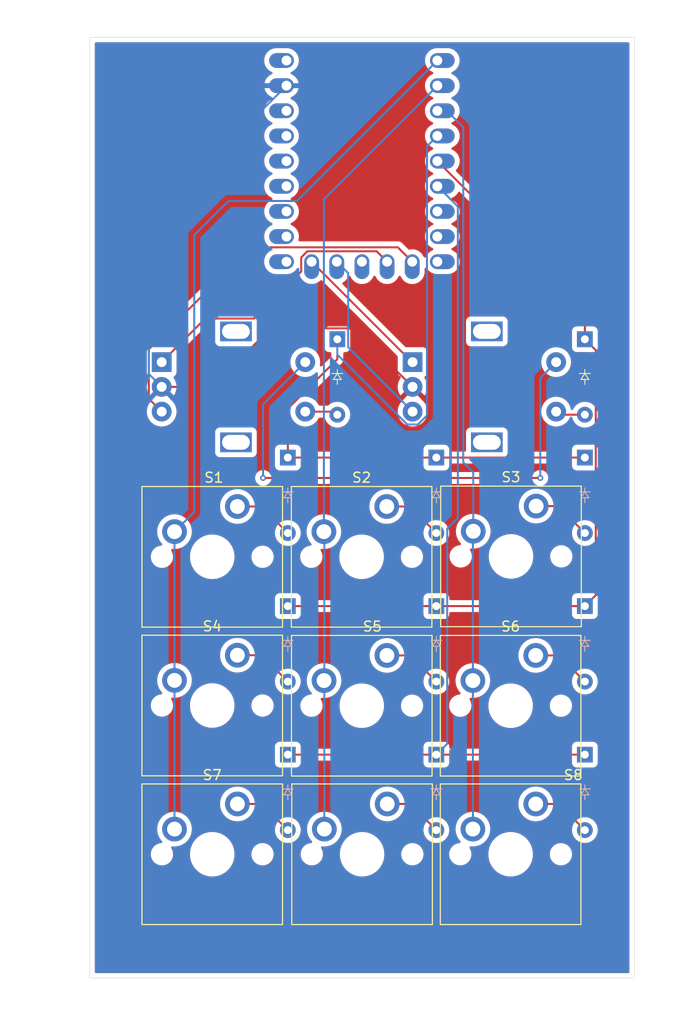
<source format=kicad_pcb>
(kicad_pcb (version 20241229) (generator "pcbnew") (generator_version "9.0")
  (layers (0 "F.Cu" signal) (2 "B.Cu" signal) (13 "F.Paste" user) (15 "B.Paste" user) (5 "F.SilkS" user "F.Silkscreen") (7 "B.SilkS" user "B.Silkscreen") (1 "F.Mask" user) (3 "B.Mask" user) (25 "Edge.Cuts" user))
  (net 0 "")
  (net 1 "Sw A0")
  (net 2 "Row 0")
  (net 3 "Col 1")
  (net 4 "GND")
  (net 5 "Sw B1")
  (net 7 "Col 2")
  (net 10 "Row 1")
  (net 11 "Row 2")
  (net 12 "Sw A1")
  (net 14 "Col 0")
  (net 20 "Sw B0")
  (net 24 "Net-(D1-A)")
  (net 25 "Net-(D2-A)")
  (net 26 "Net-(D3-A)")
  (net 27 "Net-(D4-A)")
  (net 28 "Net-(D5-A)")
  (net 29 "Net-(D6-A)")
  (net 30 "Net-(D7-A)")
  (net 31 "Net-(D8-A)")
  (net 32 "Net-(D9-A)")
  (net 33 "Net-(D10-A)")
  (net 34 "Net-(D11-A)")
  (net 35 "Sw 0")
  (footprint "ScottoKeebs_Components:Diode_DO-35" (layer "F.Cu") (at 155 60.49 -90)
    (property "Reference" "D11" (hide yes))
    (property "Value" "Diode" (hide yes))
    (fp_line (start 4.06 0.4) (end 3.46 0) (stroke (width 0.1)) (layer "F.SilkS"))
    (fp_line (start 3.06 0) (end 3.46 0) (stroke (width 0.1)) (layer "F.SilkS"))
    (fp_line (start 3.46 0) (end 4.06 -0.4) (stroke (width 0.1)) (layer "F.SilkS"))
    (fp_line (start 4.06 0) (end 4.56 0) (stroke (width 0.1)) (layer "F.SilkS"))
    (fp_line (start 4.06 -0.4) (end 4.06 0.4) (stroke (width 0.1)) (layer "F.SilkS"))
    (fp_line (start 3.46 -0.55) (end 3.46 0.55) (stroke (width 0.1)) (layer "F.SilkS"))
    (pad "1" thru_hole rect (at 0 0 270) (size 1.6 1.6) (drill 0.8) (layers "*.Cu" "*.Mask") (net 10 "Row 1"))
    (pad "2" thru_hole oval (at 7.62 0 270) (size 1.6 1.6) (drill 0.8) (layers "*.Cu" "*.Mask") (net 34 "Net-(D11-A)"))
  )
  (footprint "ScottoKeebs_MX:MX_PCB" (layer "F.Cu") (at 132.4525 82.46)
    (property "Reference" "S2" (at 0 -8 0) (layer "F.SilkS"))
    (property "Value" "Keyswitch")
    (fp_line (start -7.1 -7.1) (end -7.1 7.1) (stroke (width 0.12)) (layer "F.SilkS"))
    (fp_line (start -7.1 7.1) (end 7.1 7.1) (stroke (width 0.12)) (layer "F.SilkS"))
    (fp_line (start 7.1 -7.1) (end -7.1 -7.1) (stroke (width 0.12)) (layer "F.SilkS"))
    (fp_line (start 7.1 7.1) (end 7.1 -7.1) (stroke (width 0.12)) (layer "F.SilkS"))
    (pad "" np_thru_hole circle (at -5.08 0) (size 1.75 1.75) (drill 1.75) (layers "*.Cu" "*.Mask"))
    (pad "" np_thru_hole circle (at 0 0) (size 4 4) (drill 4) (layers "*.Cu" "*.Mask"))
    (pad "" np_thru_hole circle (at 5.08 0) (size 1.75 1.75) (drill 1.75) (layers "*.Cu" "*.Mask"))
    (pad "1" thru_hole circle (at -3.81 -2.54) (size 2.5 2.5) (drill 1.5) (layers "*.Cu" "*.Mask") (net 3 "Col 1"))
    (pad "2" thru_hole circle (at 2.54 -5.08) (size 2.5 2.5) (drill 1.5) (layers "*.Cu" "*.Mask") (net 25 "Net-(D2-A)"))
  )
  (footprint "ScottoKeebs_Scotto:Encoder_EC11_MX" (layer "F.Cu") (at 119.76 65.3)
    (property "Reference" "SW1" (hide yes))
    (property "Value" "RotaryEncoder_Switch" (hide yes))
    (pad "A" thru_hole rect (at -7.5 -2.5) (size 2 2) (drill 1) (layers "*.Cu" "*.Mask") (net 12 "Sw A1"))
    (pad "B" thru_hole circle (at -7.5 2.5) (size 2 2) (drill 1) (layers "*.Cu" "*.Mask") (net 1 "Sw A0"))
    (pad "C" thru_hole circle (at -7.5 0) (size 2 2) (drill 1) (layers "*.Cu" "*.Mask") (net 4 "GND"))
    (pad "MP" thru_hole rect (at 0 -5.6) (size 3.2 2) (drill oval 2.8 1.5) (layers "*.Cu" "*.Mask"))
    (pad "MP" thru_hole rect (at 0 5.6) (size 3.2 2) (drill oval 2.8 1.5) (layers "*.Cu" "*.Mask"))
    (pad "S1" thru_hole circle (at 7 2.5) (size 2 2) (drill 1) (layers "*.Cu" "*.Mask") (net 33 "Net-(D10-A)"))
    (pad "S2" thru_hole circle (at 7 -2.5) (size 2 2) (drill 1) (layers "*.Cu" "*.Mask") (net 35 "Sw 0"))
  )
  (footprint "ScottoKeebs_MX:MX_PCB" (layer "F.Cu") (at 132.5 112.5)
    (property "Reference" "S8" (at 21.332619 -8 0) (layer "F.SilkS"))
    (property "Value" "Keyswitch")
    (fp_line (start -7.1 -7.1) (end -7.1 7.1) (stroke (width 0.12)) (layer "F.SilkS"))
    (fp_line (start -7.1 7.1) (end 7.1 7.1) (stroke (width 0.12)) (layer "F.SilkS"))
    (fp_line (start 7.1 -7.1) (end -7.1 -7.1) (stroke (width 0.12)) (layer "F.SilkS"))
    (fp_line (start 7.1 7.1) (end 7.1 -7.1) (stroke (width 0.12)) (layer "F.SilkS"))
    (pad "" np_thru_hole circle (at -5.08 0) (size 1.75 1.75) (drill 1.75) (layers "*.Cu" "*.Mask"))
    (pad "" np_thru_hole circle (at 0 0) (size 4 4) (drill 4) (layers "*.Cu" "*.Mask"))
    (pad "" np_thru_hole circle (at 5.08 0) (size 1.75 1.75) (drill 1.75) (layers "*.Cu" "*.Mask"))
    (pad "1" thru_hole circle (at -3.81 -2.54) (size 2.5 2.5) (drill 1.5) (layers "*.Cu" "*.Mask") (net 3 "Col 1"))
    (pad "2" thru_hole circle (at 2.54 -5.08) (size 2.5 2.5) (drill 1.5) (layers "*.Cu" "*.Mask") (net 31 "Net-(D8-A)"))
  )
  (footprint "ScottoKeebs_MX:MX_PCB" (layer "F.Cu") (at 117.365 82.46)
    (property "Reference" "S1" (at 0.16 -8 0) (layer "F.SilkS"))
    (property "Value" "Keyswitch")
    (fp_line (start -7.1 -7.1) (end -7.1 7.1) (stroke (width 0.12)) (layer "F.SilkS"))
    (fp_line (start -7.1 7.1) (end 7.1 7.1) (stroke (width 0.12)) (layer "F.SilkS"))
    (fp_line (start 7.1 -7.1) (end -7.1 -7.1) (stroke (width 0.12)) (layer "F.SilkS"))
    (fp_line (start 7.1 7.1) (end 7.1 -7.1) (stroke (width 0.12)) (layer "F.SilkS"))
    (pad "" np_thru_hole circle (at -5.08 0) (size 1.75 1.75) (drill 1.75) (layers "*.Cu" "*.Mask"))
    (pad "" np_thru_hole circle (at 0 0) (size 4 4) (drill 4) (layers "*.Cu" "*.Mask"))
    (pad "" np_thru_hole circle (at 5.08 0) (size 1.75 1.75) (drill 1.75) (layers "*.Cu" "*.Mask"))
    (pad "1" thru_hole circle (at -3.81 -2.54) (size 2.5 2.5) (drill 1.5) (layers "*.Cu" "*.Mask") (net 14 "Col 0"))
    (pad "2" thru_hole circle (at 2.54 -5.08) (size 2.5 2.5) (drill 1.5) (layers "*.Cu" "*.Mask") (net 24 "Net-(D1-A)"))
  )
  (footprint "ScottoKeebs_MX:MX_PCB" (layer "F.Cu") (at 147.54 82.42)
    (property "Reference" "S3" (at 0 -8 0) (layer "F.SilkS"))
    (property "Value" "Keyswitch")
    (fp_line (start -7.1 -7.1) (end -7.1 7.1) (stroke (width 0.12)) (layer "F.SilkS"))
    (fp_line (start -7.1 7.1) (end 7.1 7.1) (stroke (width 0.12)) (layer "F.SilkS"))
    (fp_line (start 7.1 -7.1) (end -7.1 -7.1) (stroke (width 0.12)) (layer "F.SilkS"))
    (fp_line (start 7.1 7.1) (end 7.1 -7.1) (stroke (width 0.12)) (layer "F.SilkS"))
    (pad "" np_thru_hole circle (at -5.08 0) (size 1.75 1.75) (drill 1.75) (layers "*.Cu" "*.Mask"))
    (pad "" np_thru_hole circle (at 0 0) (size 4 4) (drill 4) (layers "*.Cu" "*.Mask"))
    (pad "" np_thru_hole circle (at 5.08 0) (size 1.75 1.75) (drill 1.75) (layers "*.Cu" "*.Mask"))
    (pad "1" thru_hole circle (at -3.81 -2.54) (size 2.5 2.5) (drill 1.5) (layers "*.Cu" "*.Mask") (net 7 "Col 2"))
    (pad "2" thru_hole circle (at 2.54 -5.08) (size 2.5 2.5) (drill 1.5) (layers "*.Cu" "*.Mask") (net 26 "Net-(D3-A)"))
  )
  (footprint "ScottoKeebs_MX:MX_PCB" (layer "F.Cu") (at 147.5 112.5)
    (property "Reference" "S9" (hide yes))
    (property "Value" "Keyswitch")
    (fp_line (start -7.1 -7.1) (end -7.1 7.1) (stroke (width 0.12)) (layer "F.SilkS"))
    (fp_line (start -7.1 7.1) (end 7.1 7.1) (stroke (width 0.12)) (layer "F.SilkS"))
    (fp_line (start 7.1 -7.1) (end -7.1 -7.1) (stroke (width 0.12)) (layer "F.SilkS"))
    (fp_line (start 7.1 7.1) (end 7.1 -7.1) (stroke (width 0.12)) (layer "F.SilkS"))
    (pad "" np_thru_hole circle (at -5.08 0) (size 1.75 1.75) (drill 1.75) (layers "*.Cu" "*.Mask"))
    (pad "" np_thru_hole circle (at 0 0) (size 4 4) (drill 4) (layers "*.Cu" "*.Mask"))
    (pad "" np_thru_hole circle (at 5.08 0) (size 1.75 1.75) (drill 1.75) (layers "*.Cu" "*.Mask"))
    (pad "1" thru_hole circle (at -3.81 -2.54) (size 2.5 2.5) (drill 1.5) (layers "*.Cu" "*.Mask") (net 7 "Col 2"))
    (pad "2" thru_hole circle (at 2.54 -5.08) (size 2.5 2.5) (drill 1.5) (layers "*.Cu" "*.Mask") (net 32 "Net-(D9-A)"))
  )
  (footprint "ScottoKeebs_MCU:RP2040_Zero" (layer "F.Cu") (at 132.484167 42.5)
    (property "Reference" "U1" (hide yes))
    (property "Value" "RP2040_Zero" (hide yes))
    (pad "1" thru_hole oval (at 7.62 -10.16 180) (size 2.5 1.5) (drill 1 (offset -0.5 0)) (layers "*.Cu" "*.Mask") (net 14 "Col 0"))
    (pad "2" thru_hole oval (at 7.62 -7.62 180) (size 2.5 1.5) (drill 1 (offset -0.5 0)) (layers "*.Cu" "*.Mask") (net 3 "Col 1"))
    (pad "3" thru_hole oval (at 7.62 -5.08 180) (size 2.5 1.5) (drill 1 (offset -0.5 0)) (layers "*.Cu" "*.Mask") (net 7 "Col 2"))
    (pad "4" thru_hole oval (at 7.62 -2.54 180) (size 2.5 1.5) (drill 1 (offset -0.5 0)) (layers "*.Cu" "*.Mask") (net 2 "Row 0"))
    (pad "5" thru_hole oval (at 7.62 0 180) (size 2.5 1.5) (drill 1 (offset -0.5 0)) (layers "*.Cu" "*.Mask") (net 10 "Row 1"))
    (pad "6" thru_hole oval (at 7.62 2.54 180) (size 2.5 1.5) (drill 1 (offset -0.5 0)) (layers "*.Cu" "*.Mask") (net 11 "Row 2"))
    (pad "7" thru_hole oval (at 7.62 5.08 180) (size 2.5 1.5) (drill 1 (offset -0.5 0)) (layers "*.Cu" "*.Mask"))
    (pad "8" thru_hole oval (at 7.62 7.62 180) (size 2.5 1.5) (drill 1 (offset -0.5 0)) (layers "*.Cu" "*.Mask"))
    (pad "9" thru_hole oval (at 7.62 10.16 180) (size 2.5 1.5) (drill 1 (offset -0.5 0)) (layers "*.Cu" "*.Mask"))
    (pad "10" thru_hole oval (at 5.08 10.16 90) (size 2.5 1.5) (drill 1 (offset -0.5 0)) (layers "*.Cu" "*.Mask") (net 1 "Sw A0"))
    (pad "11" thru_hole oval (at 2.54 10.16 90) (size 2.5 1.5) (drill 1 (offset -0.5 0)) (layers "*.Cu" "*.Mask") (net 12 "Sw A1"))
    (pad "12" thru_hole oval (at 0 10.16 90) (size 2.5 1.5) (drill 1 (offset -0.5 0)) (layers "*.Cu" "*.Mask"))
    (pad "13" thru_hole oval (at -2.54 10.16 90) (size 2.5 1.5) (drill 1 (offset -0.5 0)) (layers "*.Cu" "*.Mask") (net 20 "Sw B0"))
    (pad "14" thru_hole oval (at -5.08 10.16 90) (size 2.5 1.5) (drill 1 (offset -0.5 0)) (layers "*.Cu" "*.Mask") (net 5 "Sw B1"))
    (pad "15" thru_hole oval (at -7.62 10.16) (size 2.5 1.5) (drill 1 (offset -0.5 0)) (layers "*.Cu" "*.Mask"))
    (pad "16" thru_hole oval (at -7.62 7.62) (size 2.5 1.5) (drill 1 (offset -0.5 0)) (layers "*.Cu" "*.Mask"))
    (pad "17" thru_hole oval (at -7.62 5.08) (size 2.5 1.5) (drill 1 (offset -0.5 0)) (layers "*.Cu" "*.Mask"))
    (pad "18" thru_hole oval (at -7.62 2.54) (size 2.5 1.5) (drill 1 (offset -0.5 0)) (layers "*.Cu" "*.Mask"))
    (pad "19" thru_hole oval (at -7.62 0) (size 2.5 1.5) (drill 1 (offset -0.5 0)) (layers "*.Cu" "*.Mask"))
    (pad "20" thru_hole oval (at -7.62 -2.54) (size 2.5 1.5) (drill 1 (offset -0.5 0)) (layers "*.Cu" "*.Mask"))
    (pad "21" thru_hole oval (at -7.62 -5.08) (size 2.5 1.5) (drill 1 (offset -0.5 0)) (layers "*.Cu" "*.Mask"))
    (pad "22" thru_hole oval (at -7.62 -7.62) (size 2.5 1.5) (drill 1 (offset -0.5 0)) (layers "*.Cu" "*.Mask") (net 4 "GND"))
    (pad "23" thru_hole oval (at -7.62 -10.16) (size 2.5 1.5) (drill 1 (offset -0.5 0)) (layers "*.Cu" "*.Mask"))
  )
  (footprint "ScottoKeebs_MX:MX_PCB" (layer "F.Cu") (at 117.365 112.5)
    (property "Reference" "S7" (at 0 -8 0) (layer "F.SilkS"))
    (property "Value" "Keyswitch")
    (fp_line (start -7.1 -7.1) (end -7.1 7.1) (stroke (width 0.12)) (layer "F.SilkS"))
    (fp_line (start -7.1 7.1) (end 7.1 7.1) (stroke (width 0.12)) (layer "F.SilkS"))
    (fp_line (start 7.1 -7.1) (end -7.1 -7.1) (stroke (width 0.12)) (layer "F.SilkS"))
    (fp_line (start 7.1 7.1) (end 7.1 -7.1) (stroke (width 0.12)) (layer "F.SilkS"))
    (pad "" np_thru_hole circle (at -5.08 0) (size 1.75 1.75) (drill 1.75) (layers "*.Cu" "*.Mask"))
    (pad "" np_thru_hole circle (at 0 0) (size 4 4) (drill 4) (layers "*.Cu" "*.Mask"))
    (pad "" np_thru_hole circle (at 5.08 0) (size 1.75 1.75) (drill 1.75) (layers "*.Cu" "*.Mask"))
    (pad "1" thru_hole circle (at -3.81 -2.54) (size 2.5 2.5) (drill 1.5) (layers "*.Cu" "*.Mask") (net 14 "Col 0"))
    (pad "2" thru_hole circle (at 2.54 -5.08) (size 2.5 2.5) (drill 1.5) (layers "*.Cu" "*.Mask") (net 30 "Net-(D7-A)"))
  )
  (footprint "ScottoKeebs_MX:MX_PCB" (layer "F.Cu") (at 147.5 97.5)
    (property "Reference" "S6" (at 0 -8 0) (layer "F.SilkS"))
    (property "Value" "Keyswitch")
    (fp_line (start -7.1 -7.1) (end -7.1 7.1) (stroke (width 0.12)) (layer "F.SilkS"))
    (fp_line (start -7.1 7.1) (end 7.1 7.1) (stroke (width 0.12)) (layer "F.SilkS"))
    (fp_line (start 7.1 -7.1) (end -7.1 -7.1) (stroke (width 0.12)) (layer "F.SilkS"))
    (fp_line (start 7.1 7.1) (end 7.1 -7.1) (stroke (width 0.12)) (layer "F.SilkS"))
    (pad "" np_thru_hole circle (at -5.08 0) (size 1.75 1.75) (drill 1.75) (layers "*.Cu" "*.Mask"))
    (pad "" np_thru_hole circle (at 0 0) (size 4 4) (drill 4) (layers "*.Cu" "*.Mask"))
    (pad "" np_thru_hole circle (at 5.08 0) (size 1.75 1.75) (drill 1.75) (layers "*.Cu" "*.Mask"))
    (pad "1" thru_hole circle (at -3.81 -2.54) (size 2.5 2.5) (drill 1.5) (layers "*.Cu" "*.Mask") (net 7 "Col 2"))
    (pad "2" thru_hole circle (at 2.54 -5.08) (size 2.5 2.5) (drill 1.5) (layers "*.Cu" "*.Mask") (net 29 "Net-(D6-A)"))
  )
  (footprint "ScottoKeebs_MX:MX_PCB" (layer "F.Cu") (at 132.468333 97.5)
    (property "Reference" "S5" (at 1.07 -8 0) (layer "F.SilkS"))
    (property "Value" "Keyswitch")
    (fp_line (start -7.1 -7.1) (end -7.1 7.1) (stroke (width 0.12)) (layer "F.SilkS"))
    (fp_line (start -7.1 7.1) (end 7.1 7.1) (stroke (width 0.12)) (layer "F.SilkS"))
    (fp_line (start 7.1 -7.1) (end -7.1 -7.1) (stroke (width 0.12)) (layer "F.SilkS"))
    (fp_line (start 7.1 7.1) (end 7.1 -7.1) (stroke (width 0.12)) (layer "F.SilkS"))
    (pad "" np_thru_hole circle (at -5.08 0) (size 1.75 1.75) (drill 1.75) (layers "*.Cu" "*.Mask"))
    (pad "" np_thru_hole circle (at 0 0) (size 4 4) (drill 4) (layers "*.Cu" "*.Mask"))
    (pad "" np_thru_hole circle (at 5.08 0) (size 1.75 1.75) (drill 1.75) (layers "*.Cu" "*.Mask"))
    (pad "1" thru_hole circle (at -3.81 -2.54) (size 2.5 2.5) (drill 1.5) (layers "*.Cu" "*.Mask") (net 3 "Col 1"))
    (pad "2" thru_hole circle (at 2.54 -5.08) (size 2.5 2.5) (drill 1.5) (layers "*.Cu" "*.Mask") (net 28 "Net-(D5-A)"))
  )
  (footprint "ScottoKeebs_MX:MX_PCB" (layer "F.Cu") (at 117.365 97.48)
    (property "Reference" "S4" (at 0 -8 0) (layer "F.SilkS"))
    (property "Value" "Keyswitch")
    (fp_line (start -7.1 -7.1) (end -7.1 7.1) (stroke (width 0.12)) (layer "F.SilkS"))
    (fp_line (start -7.1 7.1) (end 7.1 7.1) (stroke (width 0.12)) (layer "F.SilkS"))
    (fp_line (start 7.1 -7.1) (end -7.1 -7.1) (stroke (width 0.12)) (layer "F.SilkS"))
    (fp_line (start 7.1 7.1) (end 7.1 -7.1) (stroke (width 0.12)) (layer "F.SilkS"))
    (pad "" np_thru_hole circle (at -5.08 0) (size 1.75 1.75) (drill 1.75) (layers "*.Cu" "*.Mask"))
    (pad "" np_thru_hole circle (at 0 0) (size 4 4) (drill 4) (layers "*.Cu" "*.Mask"))
    (pad "" np_thru_hole circle (at 5.08 0) (size 1.75 1.75) (drill 1.75) (layers "*.Cu" "*.Mask"))
    (pad "1" thru_hole circle (at -3.81 -2.54) (size 2.5 2.5) (drill 1.5) (layers "*.Cu" "*.Mask") (net 14 "Col 0"))
    (pad "2" thru_hole circle (at 2.54 -5.08) (size 2.5 2.5) (drill 1.5) (layers "*.Cu" "*.Mask") (net 27 "Net-(D4-A)"))
  )
  (footprint "ScottoKeebs_Components:Diode_DO-35" (layer "F.Cu") (at 130 60.49 -90)
    (property "Reference" "D10" (hide yes))
    (property "Value" "Diode" (hide yes))
    (fp_line (start 4.06 0.4) (end 3.46 0) (stroke (width 0.1)) (layer "F.SilkS"))
    (fp_line (start 3.06 0) (end 3.46 0) (stroke (width 0.1)) (layer "F.SilkS"))
    (fp_line (start 3.46 0) (end 4.06 -0.4) (stroke (width 0.1)) (layer "F.SilkS"))
    (fp_line (start 4.06 0) (end 4.56 0) (stroke (width 0.1)) (layer "F.SilkS"))
    (fp_line (start 4.06 -0.4) (end 4.06 0.4) (stroke (width 0.1)) (layer "F.SilkS"))
    (fp_line (start 3.46 -0.55) (end 3.46 0.55) (stroke (width 0.1)) (layer "F.SilkS"))
    (pad "1" thru_hole rect (at 0 0 270) (size 1.6 1.6) (drill 0.8) (layers "*.Cu" "*.Mask") (net 2 "Row 0"))
    (pad "2" thru_hole oval (at 7.62 0 270) (size 1.6 1.6) (drill 0.8) (layers "*.Cu" "*.Mask") (net 33 "Net-(D10-A)"))
  )
  (footprint "ScottoKeebs_Scotto:Encoder_EC11_MX" (layer "F.Cu") (at 145.1 65.3)
    (property "Reference" "SW2" (hide yes))
    (property "Value" "RotaryEncoder_Switch" (hide yes))
    (pad "A" thru_hole rect (at -7.5 -2.5) (size 2 2) (drill 1) (layers "*.Cu" "*.Mask") (net 5 "Sw B1"))
    (pad "B" thru_hole circle (at -7.5 2.5) (size 2 2) (drill 1) (layers "*.Cu" "*.Mask") (net 20 "Sw B0"))
    (pad "C" thru_hole circle (at -7.5 0) (size 2 2) (drill 1) (layers "*.Cu" "*.Mask") (net 4 "GND"))
    (pad "MP" thru_hole rect (at 0 -5.6) (size 3.2 2) (drill oval 2.8 1.5) (layers "*.Cu" "*.Mask"))
    (pad "MP" thru_hole rect (at 0 5.6) (size 3.2 2) (drill oval 2.8 1.5) (layers "*.Cu" "*.Mask"))
    (pad "S1" thru_hole circle (at 7 2.5) (size 2 2) (drill 1) (layers "*.Cu" "*.Mask") (net 34 "Net-(D11-A)"))
    (pad "S2" thru_hole circle (at 7 -2.5) (size 2 2) (drill 1) (layers "*.Cu" "*.Mask") (net 35 "Sw 0"))
  )
  (footprint "ScottoKeebs_Components:Diode_DO-35" (layer "B.Cu") (at 140 102.44 -90)
    (property "Reference" "D8" (hide yes))
    (property "Value" "Diode" (hide yes))
    (fp_line (start 3.46 0.55) (end 3.46 -0.55) (stroke (width 0.1)) (layer "B.SilkS"))
    (fp_line (start 4.06 0.4) (end 4.06 -0.4) (stroke (width 0.1)) (layer "B.SilkS"))
    (fp_line (start 3.06 0) (end 3.46 0) (stroke (width 0.1)) (layer "B.SilkS"))
    (fp_line (start 3.46 0) (end 4.06 0.4) (stroke (width 0.1)) (layer "B.SilkS"))
    (fp_line (start 4.06 0) (end 4.56 0) (stroke (width 0.1)) (layer "B.SilkS"))
    (fp_line (start 4.06 -0.4) (end 3.46 0) (stroke (width 0.1)) (layer "B.SilkS"))
    (pad "1" thru_hole rect (at 0 0 270) (size 1.6 1.6) (drill 0.8) (layers "*.Cu" "*.Mask") (net 11 "Row 2"))
    (pad "2" thru_hole oval (at 7.62 0 270) (size 1.6 1.6) (drill 0.8) (layers "*.Cu" "*.Mask") (net 31 "Net-(D8-A)"))
  )
  (footprint "ScottoKeebs_Components:Diode_DO-35" (layer "B.Cu") (at 140 87.44 -90)
    (property "Reference" "D5" (hide yes))
    (property "Value" "Diode" (hide yes))
    (fp_line (start 3.46 0.55) (end 3.46 -0.55) (stroke (width 0.1)) (layer "B.SilkS"))
    (fp_line (start 4.06 0.4) (end 4.06 -0.4) (stroke (width 0.1)) (layer "B.SilkS"))
    (fp_line (start 3.06 0) (end 3.46 0) (stroke (width 0.1)) (layer "B.SilkS"))
    (fp_line (start 3.46 0) (end 4.06 0.4) (stroke (width 0.1)) (layer "B.SilkS"))
    (fp_line (start 4.06 0) (end 4.56 0) (stroke (width 0.1)) (layer "B.SilkS"))
    (fp_line (start 4.06 -0.4) (end 3.46 0) (stroke (width 0.1)) (layer "B.SilkS"))
    (pad "1" thru_hole rect (at 0 0 270) (size 1.6 1.6) (drill 0.8) (layers "*.Cu" "*.Mask") (net 10 "Row 1"))
    (pad "2" thru_hole oval (at 7.62 0 270) (size 1.6 1.6) (drill 0.8) (layers "*.Cu" "*.Mask") (net 28 "Net-(D5-A)"))
  )
  (footprint "ScottoKeebs_Components:Diode_DO-35" (layer "B.Cu") (at 125 87.44 -90)
    (property "Reference" "D4" (hide yes))
    (property "Value" "Diode" (hide yes))
    (fp_line (start 3.46 0.55) (end 3.46 -0.55) (stroke (width 0.1)) (layer "B.SilkS"))
    (fp_line (start 4.06 0.4) (end 4.06 -0.4) (stroke (width 0.1)) (layer "B.SilkS"))
    (fp_line (start 3.06 0) (end 3.46 0) (stroke (width 0.1)) (layer "B.SilkS"))
    (fp_line (start 3.46 0) (end 4.06 0.4) (stroke (width 0.1)) (layer "B.SilkS"))
    (fp_line (start 4.06 0) (end 4.56 0) (stroke (width 0.1)) (layer "B.SilkS"))
    (fp_line (start 4.06 -0.4) (end 3.46 0) (stroke (width 0.1)) (layer "B.SilkS"))
    (pad "1" thru_hole rect (at 0 0 270) (size 1.6 1.6) (drill 0.8) (layers "*.Cu" "*.Mask") (net 10 "Row 1"))
    (pad "2" thru_hole oval (at 7.62 0 270) (size 1.6 1.6) (drill 0.8) (layers "*.Cu" "*.Mask") (net 27 "Net-(D4-A)"))
  )
  (footprint "ScottoKeebs_Components:Diode_DO-35" (layer "B.Cu") (at 155 87.44 -90)
    (property "Reference" "D6" (hide yes))
    (property "Value" "Diode" (hide yes))
    (fp_line (start 3.46 0.55) (end 3.46 -0.55) (stroke (width 0.1)) (layer "B.SilkS"))
    (fp_line (start 4.06 0.4) (end 4.06 -0.4) (stroke (width 0.1)) (layer "B.SilkS"))
    (fp_line (start 3.06 0) (end 3.46 0) (stroke (width 0.1)) (layer "B.SilkS"))
    (fp_line (start 3.46 0) (end 4.06 0.4) (stroke (width 0.1)) (layer "B.SilkS"))
    (fp_line (start 4.06 0) (end 4.56 0) (stroke (width 0.1)) (layer "B.SilkS"))
    (fp_line (start 4.06 -0.4) (end 3.46 0) (stroke (width 0.1)) (layer "B.SilkS"))
    (pad "1" thru_hole rect (at 0 0 270) (size 1.6 1.6) (drill 0.8) (layers "*.Cu" "*.Mask") (net 10 "Row 1"))
    (pad "2" thru_hole oval (at 7.62 0 270) (size 1.6 1.6) (drill 0.8) (layers "*.Cu" "*.Mask") (net 29 "Net-(D6-A)"))
  )
  (footprint "ScottoKeebs_Components:Diode_DO-35" (layer "B.Cu") (at 140 72.44 -90)
    (property "Reference" "D2" (hide yes))
    (property "Value" "Diode" (hide yes))
    (fp_line (start 3.46 0.55) (end 3.46 -0.55) (stroke (width 0.1)) (layer "B.SilkS"))
    (fp_line (start 4.06 0.4) (end 4.06 -0.4) (stroke (width 0.1)) (layer "B.SilkS"))
    (fp_line (start 3.06 0) (end 3.46 0) (stroke (width 0.1)) (layer "B.SilkS"))
    (fp_line (start 3.46 0) (end 4.06 0.4) (stroke (width 0.1)) (layer "B.SilkS"))
    (fp_line (start 4.06 0) (end 4.56 0) (stroke (width 0.1)) (layer "B.SilkS"))
    (fp_line (start 4.06 -0.4) (end 3.46 0) (stroke (width 0.1)) (layer "B.SilkS"))
    (pad "1" thru_hole rect (at 0 0 270) (size 1.6 1.6) (drill 0.8) (layers "*.Cu" "*.Mask") (net 2 "Row 0"))
    (pad "2" thru_hole oval (at 7.62 0 270) (size 1.6 1.6) (drill 0.8) (layers "*.Cu" "*.Mask") (net 25 "Net-(D2-A)"))
  )
  (footprint "ScottoKeebs_Components:Diode_DO-35" (layer "B.Cu") (at 155 72.44 -90)
    (property "Reference" "D3" (hide yes))
    (property "Value" "Diode" (hide yes))
    (fp_line (start 3.46 0.55) (end 3.46 -0.55) (stroke (width 0.1)) (layer "B.SilkS"))
    (fp_line (start 4.06 0.4) (end 4.06 -0.4) (stroke (width 0.1)) (layer "B.SilkS"))
    (fp_line (start 3.06 0) (end 3.46 0) (stroke (width 0.1)) (layer "B.SilkS"))
    (fp_line (start 3.46 0) (end 4.06 0.4) (stroke (width 0.1)) (layer "B.SilkS"))
    (fp_line (start 4.06 0) (end 4.56 0) (stroke (width 0.1)) (layer "B.SilkS"))
    (fp_line (start 4.06 -0.4) (end 3.46 0) (stroke (width 0.1)) (layer "B.SilkS"))
    (pad "1" thru_hole rect (at 0 0 270) (size 1.6 1.6) (drill 0.8) (layers "*.Cu" "*.Mask") (net 2 "Row 0"))
    (pad "2" thru_hole oval (at 7.62 0 270) (size 1.6 1.6) (drill 0.8) (layers "*.Cu" "*.Mask") (net 26 "Net-(D3-A)"))
  )
  (footprint "ScottoKeebs_Components:Diode_DO-35" (layer "B.Cu") (at 125 102.44 -90)
    (property "Reference" "D7" (hide yes))
    (property "Value" "Diode" (hide yes))
    (fp_line (start 3.46 0.55) (end 3.46 -0.55) (stroke (width 0.1)) (layer "B.SilkS"))
    (fp_line (start 4.06 0.4) (end 4.06 -0.4) (stroke (width 0.1)) (layer "B.SilkS"))
    (fp_line (start 3.06 0) (end 3.46 0) (stroke (width 0.1)) (layer "B.SilkS"))
    (fp_line (start 3.46 0) (end 4.06 0.4) (stroke (width 0.1)) (layer "B.SilkS"))
    (fp_line (start 4.06 0) (end 4.56 0) (stroke (width 0.1)) (layer "B.SilkS"))
    (fp_line (start 4.06 -0.4) (end 3.46 0) (stroke (width 0.1)) (layer "B.SilkS"))
    (pad "1" thru_hole rect (at 0 0 270) (size 1.6 1.6) (drill 0.8) (layers "*.Cu" "*.Mask") (net 11 "Row 2"))
    (pad "2" thru_hole oval (at 7.62 0 270) (size 1.6 1.6) (drill 0.8) (layers "*.Cu" "*.Mask") (net 30 "Net-(D7-A)"))
  )
  (footprint "ScottoKeebs_Components:Diode_DO-35" (layer "B.Cu") (at 155 102.44 -90)
    (property "Reference" "D9" (hide yes))
    (property "Value" "Diode" (hide yes))
    (fp_line (start 3.46 0.55) (end 3.46 -0.55) (stroke (width 0.1)) (layer "B.SilkS"))
    (fp_line (start 4.06 0.4) (end 4.06 -0.4) (stroke (width 0.1)) (layer "B.SilkS"))
    (fp_line (start 3.06 0) (end 3.46 0) (stroke (width 0.1)) (layer "B.SilkS"))
    (fp_line (start 3.46 0) (end 4.06 0.4) (stroke (width 0.1)) (layer "B.SilkS"))
    (fp_line (start 4.06 0) (end 4.56 0) (stroke (width 0.1)) (layer "B.SilkS"))
    (fp_line (start 4.06 -0.4) (end 3.46 0) (stroke (width 0.1)) (layer "B.SilkS"))
    (pad "1" thru_hole rect (at 0 0 270) (size 1.6 1.6) (drill 0.8) (layers "*.Cu" "*.Mask") (net 11 "Row 2"))
    (pad "2" thru_hole oval (at 7.62 0 270) (size 1.6 1.6) (drill 0.8) (layers "*.Cu" "*.Mask") (net 32 "Net-(D9-A)"))
  )
  (footprint "ScottoKeebs_Components:Diode_DO-35" (layer "B.Cu") (at 125 72.44 -90)
    (property "Reference" "D1" (hide yes))
    (property "Value" "Diode" (hide yes))
    (fp_line (start 3.46 0.55) (end 3.46 -0.55) (stroke (width 0.1)) (layer "B.SilkS"))
    (fp_line (start 4.06 0.4) (end 4.06 -0.4) (stroke (width 0.1)) (layer "B.SilkS"))
    (fp_line (start 3.06 0) (end 3.46 0) (stroke (width 0.1)) (layer "B.SilkS"))
    (fp_line (start 3.46 0) (end 4.06 0.4) (stroke (width 0.1)) (layer "B.SilkS"))
    (fp_line (start 4.06 0) (end 4.56 0) (stroke (width 0.1)) (layer "B.SilkS"))
    (fp_line (start 4.06 -0.4) (end 3.46 0) (stroke (width 0.1)) (layer "B.SilkS"))
    (pad "1" thru_hole rect (at 0 0 270) (size 1.6 1.6) (drill 0.8) (layers "*.Cu" "*.Mask") (net 2 "Row 0"))
    (pad "2" thru_hole oval (at 7.62 0 270) (size 1.6 1.6) (drill 0.8) (layers "*.Cu" "*.Mask") (net 24 "Net-(D1-A)"))
  )
  (gr_rect (start 105 30) (end 160 125) (stroke (width 0.05)) (fill no) (layer "Edge.Cuts"))
  (gr_text "novacane33" (at 127.26 123.12 0) (layer "F.Cu") (effects (font (size 1.5 1.5) (thickness 0.3) (bold yes)) (justify left bottom)))
  (segment (start 110.959 66.499) (end 110.959 61.499) (width 0.2) (layer "F.Cu") (net 1))
  (segment (start 112.26 67.8) (end 110.959 66.499) (width 0.2) (layer "F.Cu") (net 1))
  (segment (start 110.959 61.499) (end 121.25 51.208) (width 0.2) (layer "F.Cu") (net 1))
  (segment (start 121.25 51.208) (end 136.112167 51.208) (width 0.2) (layer "F.Cu") (net 1))
  (segment (start 136.112167 51.208) (end 137.564167 52.66) (width 0.2) (layer "F.Cu") (net 1))
  (segment (start 130 62.5) (end 130 60.49) (width 0.2) (layer "F.Cu") (net 2))
  (segment (start 125 72.44) (end 155 72.44) (width 0.2) (layer "F.Cu") (net 2))
  (segment (start 125 67.5) (end 130 62.5) (width 0.2) (layer "F.Cu") (net 2))
  (segment (start 125 72.44) (end 125 67.5) (width 0.2) (layer "F.Cu") (net 2))
  (segment (start 130 60.49) (end 130 62.039892) (width 0.2) (layer "B.Cu") (net 2))
  (segment (start 138.138892 69.101) (end 139.053167 68.186725) (width 0.2) (layer "B.Cu") (net 2))
  (segment (start 139.053167 41.011) (end 140.104167 39.96) (width 0.2) (layer "B.Cu") (net 2))
  (segment (start 139.053167 68.186725) (end 139.053167 41.011) (width 0.2) (layer "B.Cu") (net 2))
  (segment (start 137.061108 69.101) (end 138.138892 69.101) (width 0.2) (layer "B.Cu") (net 2))
  (segment (start 130 62.039892) (end 137.061108 69.101) (width 0.2) (layer "B.Cu") (net 2))
  (segment (start 128.69 109.96) (end 128.69 79.9675) (width 0.2) (layer "B.Cu") (net 3))
  (segment (start 128.6425 46.3575) (end 140.12 34.88) (width 0.2) (layer "B.Cu") (net 3))
  (segment (start 128.69 79.9675) (end 128.6425 79.92) (width 0.2) (layer "B.Cu") (net 3))
  (segment (start 128.6425 79.92) (end 128.6425 46.3575) (width 0.2) (layer "B.Cu") (net 3))
  (segment (start 131.689 59.389) (end 123.273 59.389) (width 0.2) (layer "F.Cu") (net 4))
  (segment (start 123.273 59.389) (end 117.362 65.3) (width 0.2) (layer "F.Cu") (net 4))
  (segment (start 117.362 65.3) (end 112.26 65.3) (width 0.2) (layer "F.Cu") (net 4))
  (segment (start 137.6 65.3) (end 131.689 59.389) (width 0.2) (layer "F.Cu") (net 4))
  (segment (start 110.959 63.999) (end 112.26 65.3) (width 0.2) (layer "B.Cu") (net 4))
  (segment (start 110.959 48.785167) (end 110.959 63.999) (width 0.2) (layer "B.Cu") (net 4))
  (segment (start 124.864167 34.88) (end 110.959 48.785167) (width 0.2) (layer "B.Cu") (net 4))
  (segment (start 137.544167 62.8) (end 127.404167 52.66) (width 0.2) (layer "F.Cu") (net 5))
  (segment (start 137.6 62.8) (end 137.544167 62.8) (width 0.2) (layer "F.Cu") (net 5))
  (segment (start 143.69 79.92) (end 143.73 79.88) (width 0.2) (layer "B.Cu") (net 7))
  (segment (start 143.73 73.93) (end 143.73 79.88) (width 0.2) (layer "B.Cu") (net 7))
  (segment (start 142.72 39.08) (end 142.72 72.92) (width 0.2) (layer "B.Cu") (net 7))
  (segment (start 141.06 37.42) (end 142.72 39.08) (width 0.2) (layer "B.Cu") (net 7))
  (segment (start 142.72 72.92) (end 143.73 73.93) (width 0.2) (layer "B.Cu") (net 7))
  (segment (start 140.104167 37.42) (end 141.06 37.42) (width 0.2) (layer "B.Cu") (net 7))
  (segment (start 143.69 109.96) (end 143.69 79.92) (width 0.2) (layer "B.Cu") (net 7))
  (segment (start 156.101 86.339) (end 156.101 61.591) (width 0.2) (layer "F.Cu") (net 10))
  (segment (start 155 87.44) (end 125 87.44) (width 0.2) (layer "F.Cu") (net 10))
  (segment (start 155 57.395833) (end 140.104167 42.5) (width 0.2) (layer "F.Cu") (net 10))
  (segment (start 125 87.44) (end 125 86.770184) (width 0.2) (layer "F.Cu") (net 10))
  (segment (start 155 60.49) (end 155 57.395833) (width 0.2) (layer "F.Cu") (net 10))
  (segment (start 155 87.44) (end 156.101 86.339) (width 0.2) (layer "F.Cu") (net 10))
  (segment (start 156.101 61.591) (end 155 60.49) (width 0.2) (layer "F.Cu") (net 10))
  (segment (start 155 102.44) (end 125 102.44) (width 0.2) (layer "F.Cu") (net 11))
  (segment (start 140.12 45.04) (end 142.171 47.091) (width 0.2) (layer "B.Cu") (net 11))
  (segment (start 142.171 78.53395) (end 141.101 79.60395) (width 0.2) (layer "B.Cu") (net 11))
  (segment (start 141.101 101.339) (end 140 102.44) (width 0.2) (layer "B.Cu") (net 11))
  (segment (start 141.101 79.60395) (end 141.101 101.339) (width 0.2) (layer "B.Cu") (net 11))
  (segment (start 142.171 47.091) (end 142.171 78.53395) (width 0.2) (layer "B.Cu") (net 11))
  (segment (start 126.968829 51.609) (end 133.973167 51.609) (width 0.2) (layer "F.Cu") (net 12))
  (segment (start 133.973167 51.609) (end 135.024167 52.66) (width 0.2) (layer "F.Cu") (net 12))
  (segment (start 112.26 62.8) (end 116.661 58.399) (width 0.2) (layer "F.Cu") (net 12))
  (segment (start 121.601 58.399) (end 126.353167 53.646833) (width 0.2) (layer "F.Cu") (net 12))
  (segment (start 116.661 58.399) (end 121.601 58.399) (width 0.2) (layer "F.Cu") (net 12))
  (segment (start 126.353167 52.224662) (end 126.968829 51.609) (width 0.2) (layer "F.Cu") (net 12))
  (segment (start 126.353167 53.646833) (end 126.353167 52.224662) (width 0.2) (layer "F.Cu") (net 12))
  (segment (start 125.915167 46.529) (end 124.21 46.529) (width 0.2) (layer "B.Cu") (net 14))
  (segment (start 124.21 46.529) (end 123.428829 46.529) (width 0.2) (layer "B.Cu") (net 14))
  (segment (start 140.104167 32.34) (end 125.915167 46.529) (width 0.2) (layer "B.Cu") (net 14))
  (segment (start 115.55 77.925) (end 115.55 49.98) (width 0.2) (layer "B.Cu") (net 14))
  (segment (start 119.001 46.529) (end 124.21 46.529) (width 0.2) (layer "B.Cu") (net 14))
  (segment (start 113.555 79.92) (end 115.55 77.925) (width 0.2) (layer "B.Cu") (net 14))
  (segment (start 113.555 109.96) (end 113.555 79.92) (width 0.2) (layer "B.Cu") (net 14))
  (segment (start 115.55 49.98) (end 119.001 46.529) (width 0.2) (layer "B.Cu") (net 14))
  (segment (start 131.101 53.816833) (end 129.944167 52.66) (width 0.2) (layer "B.Cu") (net 20))
  (segment (start 131.101 61.301) (end 131.101 53.816833) (width 0.2) (layer "B.Cu") (net 20))
  (segment (start 137.6 67.8) (end 131.101 61.301) (width 0.2) (layer "B.Cu") (net 20))
  (segment (start 122.32 77.38) (end 125 80.06) (width 0.2) (layer "F.Cu") (net 24))
  (segment (start 119.905 77.38) (end 122.32 77.38) (width 0.2) (layer "F.Cu") (net 24))
  (segment (start 137.32 77.38) (end 140 80.06) (width 0.2) (layer "F.Cu") (net 25))
  (segment (start 134.9925 77.38) (end 137.32 77.38) (width 0.2) (layer "F.Cu") (net 25))
  (segment (start 152.28 77.34) (end 155 80.06) (width 0.2) (layer "F.Cu") (net 26))
  (segment (start 150.08 77.34) (end 152.28 77.34) (width 0.2) (layer "F.Cu") (net 26))
  (segment (start 122.34 92.4) (end 125 95.06) (width 0.2) (layer "F.Cu") (net 27))
  (segment (start 119.905 92.4) (end 122.34 92.4) (width 0.2) (layer "F.Cu") (net 27))
  (segment (start 135.04 92.42) (end 137.36 92.42) (width 0.2) (layer "F.Cu") (net 28))
  (segment (start 137.36 92.42) (end 140 95.06) (width 0.2) (layer "F.Cu") (net 28))
  (segment (start 150.04 92.42) (end 152.36 92.42) (width 0.2) (layer "F.Cu") (net 29))
  (segment (start 152.36 92.42) (end 155 95.06) (width 0.2) (layer "F.Cu") (net 29))
  (segment (start 119.905 107.42) (end 122.36 107.42) (width 0.2) (layer "F.Cu") (net 30))
  (segment (start 122.36 107.42) (end 125 110.06) (width 0.2) (layer "F.Cu") (net 30))
  (segment (start 137.36 107.42) (end 140 110.06) (width 0.2) (layer "F.Cu") (net 31))
  (segment (start 135.04 107.42) (end 137.36 107.42) (width 0.2) (layer "F.Cu") (net 31))
  (segment (start 152.36 107.42) (end 155 110.06) (width 0.2) (layer "F.Cu") (net 32))
  (segment (start 150.04 107.42) (end 152.36 107.42) (width 0.2) (layer "F.Cu") (net 32))
  (segment (start 129.69 67.8) (end 130 68.11) (width 0.2) (layer "F.Cu") (net 33))
  (segment (start 126.76 67.8) (end 129.69 67.8) (width 0.2) (layer "F.Cu") (net 33))
  (segment (start 152.41 68.11) (end 152.1 67.8) (width 0.2) (layer "F.Cu") (net 34))
  (segment (start 155 68.11) (end 152.41 68.11) (width 0.2) (layer "F.Cu") (net 34))
  (segment (start 122.5 74.5) (end 150.5 74.5) (width 0.2) (layer "F.Cu") (net 35))
  (via (at 122.5 74.5) (size 0.6) (drill 0.3) (layers "F.Cu" "B.Cu") (net 35))
  (via (at 150.5 74.5) (size 0.6) (drill 0.3) (layers "F.Cu" "B.Cu") (net 35))
  (segment (start 126.76 62.8) (end 122.5 67.06) (width 0.2) (layer "B.Cu") (net 35))
  (segment (start 122.5 74.5) (end 122.75 74.5) (width 0.2) (layer "B.Cu") (net 35))
  (segment (start 150.5 74.5) (end 150.5 64.4) (width 0.2) (layer "B.Cu") (net 35))
  (segment (start 122.5 67.06) (end 122.5 74.5) (width 0.2) (layer "B.Cu") (net 35))
  (segment (start 150.5 64.4) (end 152.1 62.8) (width 0.2) (layer "B.Cu") (net 35))
  (zone (net 4) (net_name "GND") (layers "F.Cu" "B.Cu") (connect_pads (clearance 0.5)) (min_thickness 0.25) (fill yes (thermal_gap 0.5) (thermal_bridge_width 0.5))
    (polygon (pts (xy 99.85 26.23) (xy 164.22 27.9) (xy 163.74 129.68) (xy 95.93 129.2) (xy 99.73 28.96)))
  )
)
</source>
